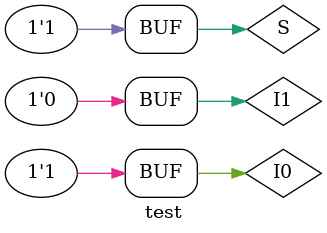
<source format=v>
module test;

	// Inputs
	reg I0;
	reg I1;
	reg S;

	// Outputs
	wire Y;

	// Instantiate the Unit Under Test (UUT)
	MuX uut (
		.I0(I0), 
		.I1(I1), 
		.S(S), 
		.Y(Y)
	);

	initial begin
		// Initialize Inputs
		I0 = 0;
		I1 = 0;
		S = 0;

		// Wait 100 ns for global reset to finish
		#100;
      
		I0 = 0;
		I1 = 1;
		S = 0;

		// Wait 100 ns for global reset to finish
		#100;
        
		I0 = 1;
		I1 = 0;
		S = 1;

		// Wait 100 ns for global reset to finish
		#100;
        
		I0 = 1;
		I1 = 1;
		S = 1;

		// Wait 100 ns for global reset to finish
		#100;
		
		I0 = 0;
		I1 = 0;
		S = 1;

		// Wait 100 ns for global reset to finish
		#100;
		
		I0 = 0;
		I1 = 1;
		S = 1;

		// Wait 100 ns for global reset to finish
		#100;
		
		I0 = 1;
		I1 = 0;
		S = 1;

		// Wait 100 ns for global reset to finish
		#100;
        
		// Add stimulus here

	end
      
endmodule


</source>
